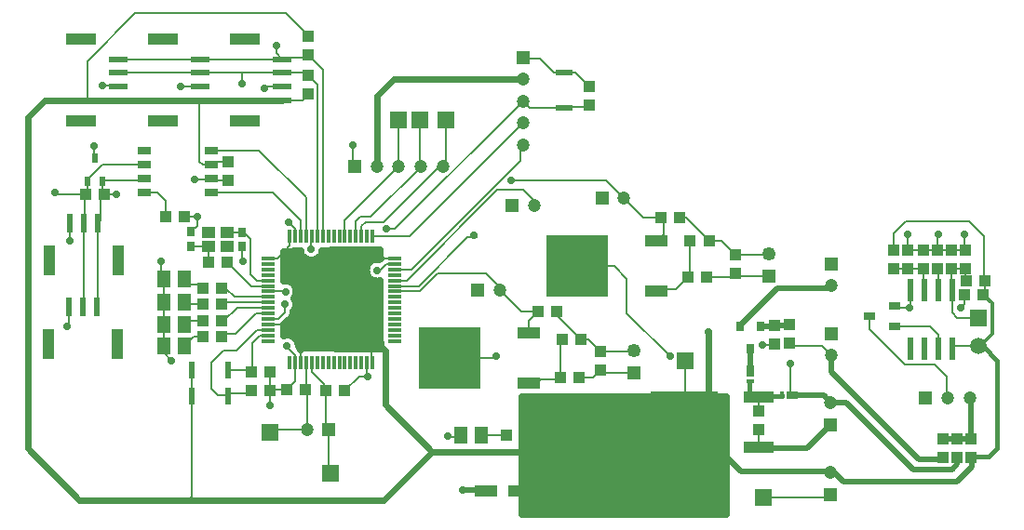
<source format=gbr>
G04 DipTrace 3.2.0.1*
G04 Top.gbr*
%MOIN*%
G04 #@! TF.FileFunction,Copper,L1,Top*
G04 #@! TF.Part,Single*
G04 #@! TA.AperFunction,Conductor*
%ADD14C,0.007874*%
%ADD15C,0.011811*%
%ADD16C,0.019685*%
%ADD17C,0.023622*%
%ADD18C,0.015748*%
G04 #@! TA.AperFunction,CopperBalancing*
%ADD19C,0.025*%
%ADD21R,0.059055X0.059055*%
G04 #@! TA.AperFunction,ComponentPad*
%ADD22R,0.047244X0.047244*%
%ADD23C,0.047244*%
%ADD24R,0.03937X0.043307*%
%ADD25R,0.021654X0.059055*%
%ADD26R,0.027559X0.035433*%
%ADD27R,0.043307X0.03937*%
%ADD28R,0.07874X0.03937*%
G04 #@! TA.AperFunction,ComponentPad*
%ADD29R,0.049213X0.049213*%
%ADD30C,0.049213*%
%ADD31R,0.015157X0.027165*%
%ADD32R,0.040748X0.027165*%
%ADD33R,0.027165X0.015157*%
%ADD34R,0.027165X0.040748*%
%ADD35R,0.051181X0.059055*%
%ADD37R,0.019685X0.033465*%
%ADD38R,0.110236X0.03937*%
%ADD39R,0.066929X0.023622*%
%ADD40R,0.03937X0.110236*%
%ADD41R,0.023622X0.066929*%
G04 #@! TA.AperFunction,ComponentPad*
%ADD42C,0.059055*%
%ADD43R,0.031496X0.035433*%
%ADD45R,0.082677X0.03937*%
%ADD46R,0.222441X0.218504*%
%ADD48R,0.041339X0.025591*%
%ADD49R,0.059055X0.021654*%
%ADD51R,0.047244X0.011811*%
%ADD52R,0.011811X0.047244*%
%ADD54R,0.108268X0.03937*%
%ADD55R,0.242126X0.218504*%
%ADD57R,0.045X0.03*%
%ADD58R,0.023622X0.07874*%
%ADD59R,0.047244X0.03937*%
G04 #@! TA.AperFunction,ViaPad*
%ADD60C,0.027559*%
%ADD61C,0.062992*%
%FSLAX26Y26*%
G04*
G70*
G90*
G75*
G01*
G04 Top*
%LPD*%
X3895155Y1072605D2*
D14*
X3801406D1*
Y1060007D1*
X3918333Y1303856D2*
Y1295293D1*
X3920155Y1293471D1*
Y1253856D1*
X3914396D1*
D15*
X3944882Y1223370D1*
Y1116081D1*
X3901406Y1072605D1*
X3895155D1*
X3370155Y1287617D2*
D16*
X3361396Y1278858D1*
X3176496D1*
X3045155Y1147517D1*
Y1141732D1*
X3041339D1*
X3870155Y672606D2*
X3873815Y668946D1*
Y639644D1*
X3819278Y585108D1*
X3413904D1*
X3380629Y618383D1*
X3367564D1*
X3363900Y622047D1*
X3047661D1*
X2871463Y798245D1*
X2844572D1*
X1150005Y1722281D2*
D14*
X1160680Y1732955D1*
X1208562D1*
X2844572Y798245D2*
X2798295Y751969D1*
X2271654D1*
X2844572Y798245D2*
X2846457Y800130D1*
Y1019685D1*
X1409449Y1409449D2*
X1384806Y1384806D1*
X1352297D1*
X1409449Y1409449D2*
X1431037Y1431037D1*
Y1463546D1*
X1470407Y1010790D2*
X1468504Y1012693D1*
Y1059055D1*
X1417323Y1153543D2*
X1412365Y1148585D1*
X1352297D1*
X1805052Y1384806D2*
X1804031Y1385827D1*
X1755906D1*
X1726312Y1010790D2*
X1724409Y1012693D1*
Y1059055D1*
X1696850Y1086614D1*
X1692913D1*
X2844572Y798245D2*
D17*
X2739240Y692913D1*
X2302987D1*
X1940945D1*
X1767717Y519685D1*
X1069020D1*
X677165D1*
X492126Y704724D1*
Y1889764D1*
X554113Y1951751D1*
X695293D1*
X815318D1*
X1109037D1*
X1402756D1*
D14*
X1403761Y1952756D1*
X1476378D1*
X1495843Y1972220D1*
Y1974058D1*
X695293Y1951751D2*
X704724Y1961182D1*
Y2090551D1*
X877953Y2263780D1*
X1417323D1*
X1495843Y2185260D1*
Y2182908D1*
X2844572Y798245D2*
D17*
X2929134D1*
Y1122047D1*
X3870155Y672606D2*
D18*
X3870777Y673228D1*
X3933071D1*
X3964567Y704724D1*
Y1019685D1*
X3911647Y1072605D1*
X3895155D1*
X3918333Y1303856D2*
D14*
X3917323Y1304866D1*
Y1464567D1*
X3862205Y1519685D1*
X3637795D1*
X3592841Y1474731D1*
Y1414535D1*
X1069020Y519685D2*
X1080609Y531274D1*
Y891108D1*
Y984848D2*
Y891108D1*
X1940945Y692913D2*
D17*
X1771654Y862205D1*
Y1055118D1*
X1740157Y1086614D1*
X1696850D1*
X1742257Y1716021D2*
X1744094Y1717858D1*
Y1968504D1*
X1802945Y2027354D1*
X2265449D1*
X1109037Y1951751D2*
D14*
X1106299Y1949013D1*
Y1732283D1*
X1118110Y1720472D1*
X1150005D1*
Y1722281D1*
X2844572Y798245D2*
D3*
X2251969Y551181D2*
X2302987Y602199D1*
Y692913D1*
X3109694Y770686D2*
X3108352Y769344D1*
Y708482D1*
X3367564Y789643D2*
D16*
X3282646Y704724D1*
X3108352D1*
Y708482D1*
X2543255Y1051360D2*
D14*
X2499509Y1095105D1*
X2472698D1*
X2387021Y1180782D1*
Y1195094D1*
X3025315Y1398953D2*
X2975320Y1448948D1*
X2931575D1*
X2850333Y1530189D1*
X2825336D1*
X1150005Y1672281D2*
X1156260Y1666026D1*
X1208562D1*
X2501987Y2001609D2*
X2451992Y2051604D1*
X2414496D1*
X2377530D1*
X2326772Y2102362D1*
X2265449D1*
Y2106094D1*
X641732Y1448819D2*
X644100Y1451186D1*
Y1510420D1*
X633858Y1141732D2*
X639764Y1147638D1*
Y1210630D1*
X815318Y2000963D2*
X812344Y2003937D1*
X759843D1*
X1039370Y2000000D2*
X1040333Y2000963D1*
X1109037D1*
X1338583Y1996063D2*
X1343483Y2000963D1*
X1402756D1*
X1663517Y1716021D2*
X1657480Y1722058D1*
Y1791339D1*
X3165639Y1077176D2*
X3163266Y1074803D1*
X3122047D1*
X3642841Y1416354D2*
X3699092D1*
X3749092D1*
X3799092D1*
X3849092D1*
X3642841D2*
X3641732Y1417463D1*
Y1472441D1*
X3849092Y1416354D2*
X3846457Y1418990D1*
Y1472441D1*
X3751969D2*
X3749092Y1469564D1*
Y1416354D1*
X3834646Y1208661D2*
X3847467Y1221483D1*
Y1253856D1*
X3596780Y1214732D2*
X3602850Y1208661D1*
X3649606D1*
X3651406Y1210461D1*
Y1272605D1*
X1627268Y909856D2*
X1678042Y960630D1*
X1708661D1*
X1706627Y962664D1*
Y1010790D1*
X1358546Y909856D2*
Y978598D1*
Y909856D2*
X1364795Y916105D1*
X1421039D1*
X1450722Y945787D1*
Y1010790D1*
X1448819Y1012693D1*
Y1039370D1*
X1421260Y1066929D1*
Y1070866D1*
X1358268Y858268D2*
X1358546Y858546D1*
Y909856D1*
X1352297Y1168270D2*
X1353318Y1169291D1*
X1389764D1*
X1413386Y1192913D1*
Y1220472D1*
X978900Y1309814D2*
Y1228572D1*
Y1147331D1*
Y1072339D1*
Y1309814D2*
X968504Y1320210D1*
Y1374016D1*
X1007874Y1019685D2*
X978900Y1048659D1*
Y1072339D1*
X1054434Y1534781D2*
X1055087Y1535433D1*
X1098425D1*
X1077325Y1479732D2*
X1098425Y1500832D1*
Y1535433D1*
X1263780Y1374016D2*
X1258556Y1379239D1*
Y1427365D1*
X1425197Y1515748D2*
X1450722Y1490223D1*
Y1463546D1*
X1509777D2*
X1507874Y1465449D1*
Y1417323D1*
X1805052Y1365121D2*
X1804031Y1366142D1*
X1775591D1*
X1751969Y1342520D1*
X1744094D1*
X1150005Y1672281D2*
X1147016Y1669291D1*
X1090551D1*
X732975Y1744276D2*
X728346Y1748904D1*
Y1787402D1*
X3367564Y539643D2*
X3355480Y527559D1*
X3125984D1*
X2133858Y551181D2*
D16*
X2129921Y555118D1*
X2051181D1*
X1996063Y748031D2*
D14*
Y744094D1*
X2042241D1*
Y751969D1*
X2661417Y1055118D2*
X2657659Y1051360D1*
X2543255D1*
X3144929Y1400827D2*
X3143055Y1398953D1*
X3025315D1*
X1208562Y891108D2*
X1219029Y901575D1*
X1291617D1*
Y909856D1*
X1208562Y891108D2*
X1205969Y893701D1*
X1173228D1*
X1149606Y917323D1*
Y1011811D1*
X1192913Y1055118D1*
X1240157D1*
X1313940Y1128900D1*
X1352297D1*
X1291617Y978598D2*
X1285367Y984848D1*
X1208562D1*
X1291617Y978598D2*
X1295276Y982257D1*
Y1082677D1*
X1321814Y1109215D1*
X1352297D1*
X1150005Y1772281D2*
X1321034D1*
X1490092Y1603223D1*
Y1463546D1*
X1150005Y1622281D2*
X1371045D1*
X1470407Y1522919D1*
Y1463546D1*
X3367564Y868383D2*
D16*
X3342247Y893701D1*
X3228543D1*
X3820155Y672606D2*
Y647606D1*
X3801406Y628857D1*
X3663906D1*
X3424379Y868383D1*
X3367564D1*
X3228543Y893701D2*
D14*
X3224409Y897835D1*
Y1007874D1*
X2791339Y1035433D2*
X2637795Y1188976D1*
Y1311024D1*
X2591339Y1357480D1*
X2458661D1*
X2169291Y1035433D2*
X2162493Y1028635D1*
X2001598D1*
X2305972Y1573203D2*
Y1591665D1*
X2267717Y1629921D1*
X2173228D1*
X1849373Y1306066D1*
X1805052D1*
X1402756Y2099388D2*
X1109037D1*
X815318D1*
X1402756D2*
Y2103480D1*
X1495843D1*
Y2115979D1*
X1549147Y2062675D1*
Y1463546D1*
X1402756Y2099388D2*
X1381890Y2120255D1*
Y2149606D1*
X1109037Y2050176D2*
X1260719D1*
X1402756D1*
X1109037D2*
X815318D1*
X1402756D2*
X1495843D1*
Y2040987D1*
X1529462Y2007367D1*
Y1463546D1*
X1260719Y2050176D2*
X1259843Y2049299D1*
Y2011811D1*
X1187940Y1278567D2*
X1200438D1*
X1231995Y1247010D1*
X1352297D1*
X1187940Y1222323D2*
X1192942Y1227325D1*
X1352297D1*
X1187940Y1159829D2*
X1194189D1*
X1242000Y1207640D1*
X1352297D1*
X1187940Y1103585D2*
Y1109835D1*
X1194189Y1116084D1*
X1236559D1*
X1309451Y1188976D1*
X1352297D1*
Y1187955D1*
X3370155Y1037617D2*
X3334919Y1072853D1*
X3221167D1*
Y1080152D1*
X3770156Y672606D2*
D16*
X3763907Y666357D1*
X3682655D1*
X3370155Y978857D1*
Y1037617D1*
X2543255Y984430D2*
D14*
X2516444Y957619D1*
X2466449D1*
X3025315Y1332024D2*
X3011003Y1317711D1*
X2923512D1*
X2543255Y984430D2*
X2551307Y976378D1*
X2661417D1*
X3025315Y1332024D2*
X3035252Y1322087D1*
X3144929D1*
X1206748Y1371619D2*
X1291987Y1286381D1*
X1352297D1*
X1258556Y1478546D2*
X1264806D1*
X1289803Y1453549D1*
Y1328562D1*
X1312299Y1306066D1*
X1352297D1*
X1206748Y1478546D2*
X1258556D1*
X1077325Y1428551D2*
X1078512Y1427365D1*
X1139819D1*
Y1371619D2*
Y1427365D1*
X3506228Y1177331D2*
Y1130282D1*
X3632655Y1003856D1*
X3738906D1*
X3782655Y960106D1*
Y885108D1*
X3786395D1*
X2265449Y1948614D2*
X1807879Y1491045D1*
X1777252D1*
X1414790Y1266068D2*
X1414163Y1266696D1*
X1352297D1*
X2414496Y1923651D2*
Y1926617D1*
X2501987D1*
Y1934680D1*
X2265449Y1948614D2*
X2290412Y1923651D1*
X2414496D1*
X2265449Y1869874D2*
X1859121Y1463546D1*
X1726312D1*
X2265449Y1791134D2*
X2255906D1*
Y1736220D1*
X1865121Y1345436D1*
X1805052D1*
X1820997Y1716021D2*
X1627887Y1522911D1*
Y1463546D1*
X1820997Y1716021D2*
X1818898Y1718121D1*
Y1881890D1*
X1899738Y1716021D2*
X1902239D1*
X1721008Y1534790D1*
X1683512D1*
X1667257Y1518535D1*
Y1463546D1*
X1899738Y1716021D2*
X1897638Y1718121D1*
Y1881890D1*
X1978478Y1716021D2*
X1964732D1*
X1764753Y1516042D1*
X1702260D1*
X1686942Y1500724D1*
Y1463546D1*
X1978478Y1716021D2*
X1988189Y1725732D1*
Y1881890D1*
X1053703Y1309814D2*
X1072451Y1291066D1*
X1121010D1*
Y1278567D1*
X1053703Y1228572D2*
X1059953Y1222323D1*
X1121010D1*
X1053703Y1147331D2*
X1066202Y1159829D1*
X1121010D1*
X1053703Y1072339D2*
X1084950Y1103585D1*
X1121010D1*
X738189Y1210630D2*
X742525Y1214966D1*
Y1510420D1*
X766636Y1616030D2*
X758568Y1624098D1*
Y1661598D1*
X742525Y1510420D2*
X751969Y1519864D1*
Y1616030D1*
X766636D1*
X758568Y1661598D2*
X763000Y1666030D1*
X909507D1*
Y1672281D1*
X766636Y1616030D2*
X808944D1*
X688976Y1210630D2*
X693312Y1214966D1*
Y1510420D1*
X699707Y1616030D2*
X707382Y1623705D1*
Y1661598D1*
X693312Y1510420D2*
X696850Y1513958D1*
Y1616030D1*
X699707D1*
X707382Y1661598D2*
X712598D1*
Y1673228D1*
X759843Y1720472D1*
X909507D1*
Y1722281D1*
X699707Y1616030D2*
X584534D1*
X590551Y1622047D1*
X909507Y1622281D2*
X956256D1*
X987505Y1591031D1*
Y1534781D1*
X3749092Y1349425D2*
X3751406Y1347112D1*
Y1272605D1*
Y1060007D2*
Y1110105D1*
X3721581Y1139929D1*
X3596780D1*
X2405769Y1095105D2*
X2399520Y1088856D1*
Y957619D1*
Y951370D1*
X2330777D1*
X2318278Y938871D1*
X2287031D1*
X3109694Y837615D2*
X3108352Y838958D1*
Y888009D1*
X3192913Y893701D2*
D18*
Y889764D1*
X3108352D1*
Y888009D1*
X3079080Y945311D2*
X3076404Y942635D1*
Y888009D1*
X3108352D1*
X3221167Y1147081D2*
D16*
X3218190Y1144105D1*
X3165639D1*
X3163266Y1141732D1*
X3116142D1*
X3078740Y1062992D2*
Y980941D1*
X3079080D1*
X2204724Y751969D2*
D14*
X2117045D1*
X2856583Y1317711D2*
X2864646Y1325774D1*
Y1448948D1*
X2856583Y1317711D2*
X2812837Y1273966D1*
X2744094D1*
Y1267717D1*
X1487969Y916105D2*
X1492283Y911790D1*
Y772370D1*
X1487969Y916105D2*
X1490092Y918228D1*
Y1010790D1*
X1358546Y759871D2*
X1371045Y772370D1*
X1492283D1*
X1560339Y909856D2*
X1552276D1*
Y934853D1*
X1509777Y977352D1*
Y1010790D1*
X1577273Y616136D2*
X1571024Y622386D1*
Y772370D1*
X1560339Y783055D1*
Y909856D1*
X3592841Y1347606D2*
X3594660Y1349425D1*
X3642841D1*
X3699092D1*
X3701406Y1272605D2*
X3699092Y1274919D1*
Y1349425D1*
X3851404Y1303856D2*
X3849092D1*
Y1349425D1*
X3799092D1*
Y1272605D1*
X3801406D1*
X3895155Y1172605D2*
X3819521D1*
X3801406Y1190720D1*
Y1272605D1*
X2320092Y1195094D2*
X2287031Y1162034D1*
Y1118399D1*
X2182667Y1271961D2*
X2259533Y1195094D1*
X2320092D1*
X2182667Y1271961D2*
X2192606D1*
X2133858Y1330709D1*
X1960630D1*
X1897638Y1267717D1*
X1805052D1*
Y1266696D1*
X2744094Y1447244D2*
X2769092Y1472241D1*
Y1530189D1*
X2758407D1*
X2627231Y1600806D2*
X2697848Y1530189D1*
X2758407D1*
X2627231Y1600806D2*
X2562682Y1665354D1*
X2224409D1*
X2090551Y1468504D2*
X2098425Y1460630D1*
X2066929D1*
X1892680Y1286381D1*
X1805052D1*
X3870155Y739535D2*
D16*
X3820155D1*
X3770156D1*
X3865135Y885108D2*
X3870155Y880088D1*
Y739535D1*
D60*
X1409449Y1409449D3*
D3*
X1468504Y1059055D3*
X1417323Y1153543D3*
X1755906Y1385827D3*
X1692913Y1086614D3*
X2929134Y1122047D3*
X1413386Y1220472D3*
X1507874Y1417323D3*
X3224409Y1007874D3*
X2791339Y1035433D3*
X2169291D3*
X1381890Y2149606D3*
X1259843Y2011811D3*
X1777252Y1491045D3*
X1414790Y1266068D3*
X808944Y1616030D3*
X590551Y1622047D3*
X2224409Y1665354D3*
X2090551Y1468504D3*
X641732Y1448819D3*
X633858Y1141732D3*
X759843Y2003937D3*
X1039370Y2000000D3*
X1338583Y1996063D3*
X1657480Y1791339D3*
X2051181Y555118D3*
X1996063Y748031D3*
X3122047Y1074803D3*
X3641732Y1472441D3*
X3751969D3*
X3846457D3*
X3834646Y1208661D3*
X3649606D3*
X1708661Y960630D3*
X1421260Y1070866D3*
X1358268Y858268D3*
X968504Y1374016D3*
X1007874Y1019685D3*
X1098425Y1535433D3*
X1263780Y1374016D3*
X1425197Y1515748D3*
X1744094Y1342520D3*
X1090551Y1669291D3*
X728346Y1787402D3*
D61*
X2338583Y850394D3*
X2417323D3*
X2507874D3*
X2590551Y854331D3*
X2685039Y846457D3*
X2338583Y740157D3*
X2421260D3*
X2594488Y744094D3*
X2503937Y740157D3*
X2681102Y744094D3*
X2342520Y618110D3*
X2417323D3*
X2598425Y622047D3*
X2507874Y618110D3*
X2685039Y622047D3*
X2338583Y519685D3*
X2413386D3*
X2594488Y523622D3*
X2503937Y519685D3*
X2681102Y523622D3*
X2850394Y527559D3*
X2759843Y523622D3*
X2937008Y527559D3*
X2854331Y629921D3*
X2763780Y625984D3*
X2940945Y629921D3*
X1412656Y1391765D2*
D19*
X1474257D1*
X1541480D2*
X1749130D1*
X1412656Y1366896D2*
X1709549D1*
X1412656Y1342028D2*
X1701332D1*
X1412656Y1317159D2*
X1710303D1*
X1447858Y1292290D2*
X1750170D1*
X1457547Y1267421D2*
X1750421D1*
X1449975Y1242552D2*
X1750673D1*
X1456076Y1217684D2*
X1750924D1*
X1446315Y1192815D2*
X1751211D1*
X1433935Y1167946D2*
X1751462D1*
X1412656Y1143077D2*
X1751713D1*
X1412656Y1118209D2*
X1751965D1*
X1457188Y1093340D2*
X1752252D1*
X1465262Y1068471D2*
X1752431D1*
X1713359Y1060904D2*
X1739025D1*
Y1060366D1*
X1754906Y1060020D1*
X1754547Y1111415D1*
X1752550Y1303134D1*
X1747254Y1302372D1*
X1740935D1*
X1734693Y1303361D1*
X1728683Y1305314D1*
X1723053Y1308182D1*
X1717940Y1311897D1*
X1713472Y1316365D1*
X1709757Y1321478D1*
X1706888Y1327108D1*
X1704936Y1333118D1*
X1703947Y1339360D1*
Y1345679D1*
X1704936Y1351921D1*
X1706888Y1357931D1*
X1709757Y1363562D1*
X1713472Y1368674D1*
X1717940Y1373142D1*
X1723053Y1376857D1*
X1728683Y1379726D1*
X1734693Y1381679D1*
X1740935Y1382667D1*
X1747254D1*
X1748886Y1382474D1*
X1751700Y1385284D1*
X1751401Y1413436D1*
X1603983Y1413243D1*
X1547766Y1412020D1*
X1547033Y1407922D1*
X1545080Y1401912D1*
X1542211Y1396281D1*
X1538497Y1391168D1*
X1534028Y1386700D1*
X1528916Y1382986D1*
X1523285Y1380117D1*
X1517275Y1378164D1*
X1511034Y1377175D1*
X1504714D1*
X1498473Y1378164D1*
X1492463Y1380117D1*
X1486832Y1382986D1*
X1481720Y1386700D1*
X1477251Y1391168D1*
X1473537Y1396281D1*
X1470668Y1401912D1*
X1468715Y1407922D1*
X1468245Y1410284D1*
X1410147Y1409029D1*
X1410138Y1306036D1*
X1414790Y1306340D1*
X1421090Y1305844D1*
X1427235Y1304369D1*
X1433073Y1301951D1*
X1438461Y1298649D1*
X1443266Y1294545D1*
X1447370Y1289739D1*
X1450672Y1284351D1*
X1453091Y1278513D1*
X1454566Y1272368D1*
X1455062Y1266068D1*
X1454566Y1259768D1*
X1453091Y1253624D1*
X1450672Y1247785D1*
X1447256Y1242252D1*
X1450592Y1235884D1*
X1452545Y1229874D1*
X1453533Y1223632D1*
Y1217313D1*
X1452545Y1211071D1*
X1450592Y1205061D1*
X1447723Y1199431D1*
X1443816Y1194109D1*
X1443440Y1188153D1*
X1442326Y1183510D1*
X1440498Y1179099D1*
X1438004Y1175028D1*
X1434896Y1171390D1*
X1411274Y1147768D1*
X1410138Y1145669D1*
Y1109606D1*
X1418100Y1111014D1*
X1424420D1*
X1430661Y1110025D1*
X1436671Y1108072D1*
X1442302Y1105203D1*
X1447414Y1101489D1*
X1451883Y1097020D1*
X1455597Y1091908D1*
X1458466Y1086277D1*
X1460419Y1080267D1*
X1461407Y1074026D1*
X1461487Y1069743D1*
X1465030Y1066193D1*
X1713362Y1060903D1*
X2266986Y864206D2*
X2988928D1*
X2266986Y839337D2*
X2988928D1*
X2266986Y814469D2*
X2988928D1*
X2266986Y789600D2*
X2988928D1*
X2266986Y764731D2*
X2988928D1*
X2266986Y739862D2*
X2988928D1*
X2266986Y714993D2*
X2988928D1*
X2266986Y690125D2*
X2988928D1*
X2266986Y665256D2*
X2988928D1*
X2266986Y640387D2*
X2988928D1*
X2266986Y615518D2*
X2988928D1*
X2266986Y590650D2*
X2988928D1*
X2266986Y565781D2*
X2988928D1*
X2266986Y540912D2*
X2988928D1*
X2266986Y516043D2*
X2988928D1*
X2266986Y491175D2*
X2988928D1*
X2991413Y889075D2*
X2264472D1*
X2264469Y469206D1*
X2991434Y469193D1*
X2991437Y889061D1*
D22*
X3370155Y1116357D3*
D23*
Y1037617D3*
D24*
X3770156Y739535D3*
Y672606D3*
D22*
X3367564Y539643D3*
D23*
Y618383D3*
D21*
X2846457Y1019685D3*
D24*
X3870155Y739535D3*
Y672606D3*
D22*
X3367564Y789643D3*
D23*
Y868383D3*
D24*
X3820155Y739535D3*
Y672606D3*
D22*
X3370155Y1366357D3*
D23*
Y1287617D3*
D25*
X1208562Y891108D3*
X1080609D3*
X1208562Y984848D3*
X1080609D3*
D21*
X1358546Y759871D3*
X1577273Y616136D3*
D26*
X1258556Y1478546D3*
Y1427365D3*
X1077325Y1428551D3*
Y1479732D3*
D24*
X2501987Y2001609D3*
Y1934680D3*
X3109694Y770686D3*
Y837615D3*
D28*
X2133858Y551181D3*
X2251969D3*
D24*
X1208562Y1666026D3*
Y1732955D3*
D29*
X2661417Y976378D3*
D30*
Y1055118D3*
D24*
X3025315Y1398953D3*
Y1332024D3*
D29*
X3144929Y1322087D3*
D30*
Y1400827D3*
D24*
X2543255Y1051360D3*
Y984430D3*
X3699092Y1416354D3*
Y1349425D3*
X3849092Y1416354D3*
Y1349425D3*
X3749092Y1416354D3*
Y1349425D3*
D27*
X3847467Y1253856D3*
X3914396D3*
D31*
X3192913Y893701D3*
D32*
X3228543D3*
D33*
X3079080Y945311D3*
D34*
Y980941D3*
D35*
X2117045Y751969D3*
X2042241D3*
X1053703Y1309814D3*
X978900D3*
X1053703Y1228572D3*
X978900D3*
D37*
X707382Y1661598D3*
X758568D3*
X732975Y1744276D3*
D35*
X1053703Y1147331D3*
X978900D3*
X1053703Y1072339D3*
X978900D3*
D21*
X3125984Y527559D3*
D22*
X1571024Y772370D3*
D23*
X1492283D3*
D38*
X977147Y2172223D3*
Y1878916D3*
D39*
X1109037Y2050176D3*
Y2000963D3*
Y2099388D3*
Y1951751D3*
D38*
X1270866Y2172223D3*
Y1878916D3*
D39*
X1402756Y2050176D3*
Y2000963D3*
Y2099388D3*
Y1951751D3*
D40*
X571265Y1378530D3*
X817328D3*
D41*
X644100Y1510420D3*
X693312D3*
X742525D3*
X644100D3*
D23*
X1820997Y1716021D3*
X1899738D3*
X1978478D3*
X1742257D3*
D22*
X1663517D3*
D38*
X683428Y2172223D3*
Y1878916D3*
D39*
X815318Y2050176D3*
Y2000963D3*
Y2099388D3*
Y1951751D3*
D40*
X566929Y1078740D3*
X812992D3*
D41*
X639764Y1210630D3*
X688976D3*
X738189D3*
X639764D3*
D23*
X2265449Y1948614D3*
Y1869874D3*
Y1791134D3*
Y2027354D3*
D22*
Y2106094D3*
X3707655Y885108D3*
D23*
X3786395D3*
X3865135D3*
D21*
X3895155Y1172605D3*
D42*
Y1072605D3*
D43*
X3078740Y1062992D3*
X3041339Y1141732D3*
X3116142D3*
D45*
X2287031Y938871D3*
Y1118399D3*
D46*
X2001598Y1028635D3*
D45*
X2744094Y1267717D3*
Y1447244D3*
D46*
X2458661Y1357480D3*
D48*
X3596780Y1139929D3*
Y1214732D3*
X3506228Y1177331D3*
D27*
X1139819Y1371619D3*
X1206748D3*
D24*
X3221167Y1147081D3*
Y1080152D3*
X3165639Y1144105D3*
Y1077176D3*
D27*
X2204724Y751969D3*
X2271654D3*
X1421039Y916105D3*
X1487969D3*
X1627268Y909856D3*
X1560339D3*
D24*
X1495843Y2115979D3*
Y2182908D3*
Y2040987D3*
Y1974058D3*
D27*
X987505Y1534781D3*
X1054434D3*
X1187940Y1278567D3*
X1121010D3*
X1187940Y1222323D3*
X1121010D3*
X766636Y1616030D3*
X699707D3*
X1187940Y1159829D3*
X1121010D3*
X1187940Y1103585D3*
X1121010D3*
X1358546Y978598D3*
X1291617D3*
X1358546Y909856D3*
X1291617D3*
X2399520Y957619D3*
X2466449D3*
X2405769Y1095105D3*
X2472698D3*
X2864646Y1448948D3*
X2931575D3*
X2387021Y1195094D3*
X2320092D3*
X2825336Y1530189D3*
X2758407D3*
X3851404Y1303856D3*
X3918333D3*
D24*
X3799092Y1416354D3*
Y1349425D3*
X3592841Y1347606D3*
Y1414535D3*
X3642841Y1416354D3*
Y1349425D3*
D27*
X2856583Y1317711D3*
X2923512D3*
D22*
X2103927Y1271961D3*
D23*
X2182667D3*
D22*
X2548491Y1600806D3*
D23*
X2627231D3*
D22*
X2227232Y1573203D3*
D23*
X2305972D3*
D21*
X1818898Y1881890D3*
X1897638D3*
D49*
X2414496Y2051604D3*
Y1923651D3*
D21*
X1988189Y1881890D3*
D51*
X1352297Y1384806D3*
Y1365121D3*
Y1345436D3*
Y1325751D3*
Y1306066D3*
Y1286381D3*
Y1266696D3*
Y1247010D3*
Y1227325D3*
Y1207640D3*
Y1187955D3*
Y1168270D3*
Y1148585D3*
Y1128900D3*
Y1109215D3*
Y1089530D3*
D52*
X1431037Y1010790D3*
X1450722D3*
X1470407D3*
X1490092D3*
X1509777D3*
X1529462D3*
X1549147D3*
X1568832D3*
X1588517D3*
X1608202D3*
X1627887D3*
X1647572D3*
X1667257D3*
X1686942D3*
X1706627D3*
X1726312D3*
D51*
X1805052Y1089530D3*
Y1109215D3*
Y1128900D3*
Y1148585D3*
Y1168270D3*
Y1187955D3*
Y1207640D3*
Y1227325D3*
Y1247010D3*
Y1266696D3*
Y1286381D3*
Y1306066D3*
Y1325751D3*
Y1345436D3*
Y1365121D3*
Y1384806D3*
D52*
X1726312Y1463546D3*
X1706627D3*
X1686942D3*
X1667257D3*
X1647572D3*
X1627887D3*
X1608202D3*
X1588517D3*
X1568832D3*
X1549147D3*
X1529462D3*
X1509777D3*
X1490092D3*
X1470407D3*
X1450722D3*
X1431037D3*
D54*
X3108352Y708482D3*
Y888009D3*
D55*
X2844572Y798245D3*
D57*
X1150005Y1622281D3*
Y1672281D3*
Y1722281D3*
Y1772281D3*
X909507D3*
Y1722281D3*
Y1672281D3*
Y1622281D3*
D58*
X3801406Y1272605D3*
X3751406D3*
X3701406D3*
X3651406D3*
Y1060007D3*
X3701406D3*
X3751406D3*
X3801406D3*
D59*
X1139819Y1478546D3*
Y1427365D3*
X1206748Y1478546D3*
Y1427365D3*
M02*

</source>
